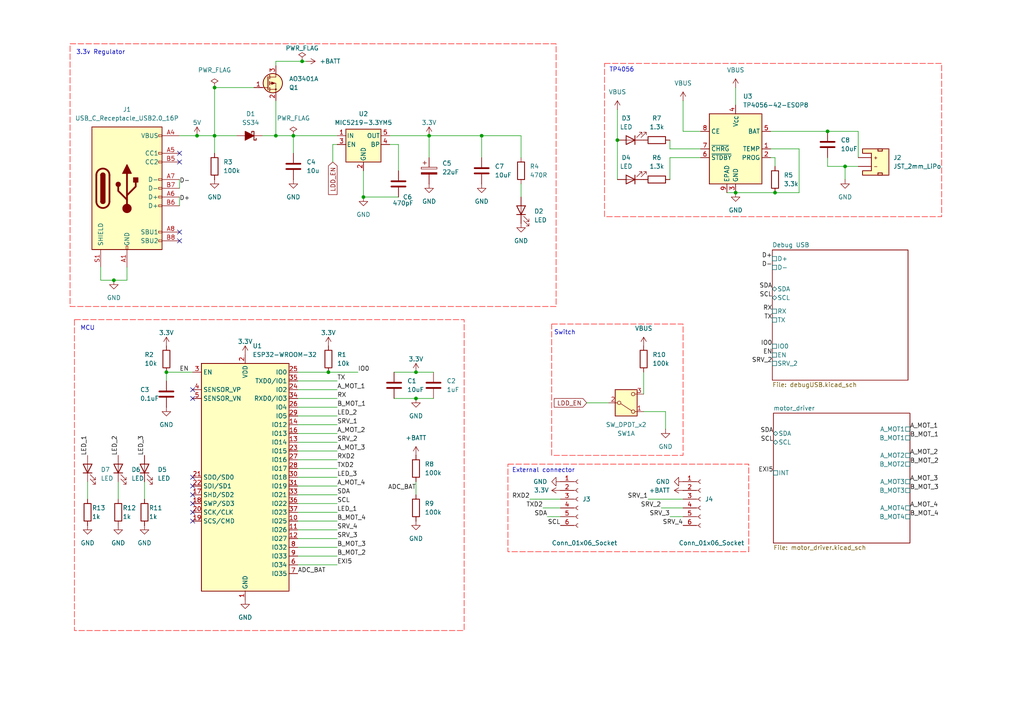
<source format=kicad_sch>
(kicad_sch (version 20250114) (generator "eeschema") (generator_version "9.0")
  (paper "A4")
  (title_block (title "Mini Drone") (date "2025-06-16") (rev "1"))
  (lib_symbols
    (symbol "Battery_Management:TP4056-42-ESOP8"
      (property "Reference" "U" (at -6.604 11.684 0))
      (property "Value" "TP4056-42-ESOP8" (at 10.16 11.684 0))
      (symbol "TP4056-42-ESOP8_1_0"
        (pin input line (at -10.16 5.08 0) (length 2.54) (name "CE") (number "8"))
        (pin open_collector line (at -10.16 0 0) (length 2.54) (name "~{CHRG}") (number "7"))
        (pin open_collector line (at -10.16 -2.54 0) (length 2.54) (name "~{STDBY}") (number "6"))
        (pin passive line (at -2.54 -12.7 90) (length 2.54) (name "EPAD") (number "9"))
        (pin power_in line (at 0 12.7 270) (length 2.54) (name "V_{CC}") (number "4"))
        (pin power_in line (at 0 -12.7 90) (length 2.54) (name "GND") (number "3"))
        (pin power_out line (at 10.16 5.08 180) (length 2.54) (name "BAT") (number "5"))
        (pin input line (at 10.16 0 180) (length 2.54) (name "TEMP") (number "1"))
        (pin passive line (at 10.16 -2.54 180) (length 2.54) (name "PROG") (number "2"))
      )
      (symbol "TP4056-42-ESOP8_1_1"
        (rectangle (start -7.62 10.16) (end 7.62 -10.16) (stroke (width 0.254)) (fill (type background)))
      )
    )
    (symbol "Connector:Conn_01x06_Socket" (pin_names (offset 1.016) (hide yes))
      (property "Reference" "J" (at 0 7.62 0))
      (property "Value" "Conn_01x06_Socket" (at 0 -10.16 0))
      (symbol "Conn_01x06_Socket_1_1"
        (polyline (pts (xy -1.27 5.08) (xy -0.508 5.08)) (stroke (width 0.1524)))
        (polyline (pts (xy -1.27 2.54) (xy -0.508 2.54)) (stroke (width 0.1524)))
        (polyline (pts (xy -1.27 0) (xy -0.508 0)) (stroke (width 0.1524)))
        (polyline (pts (xy -1.27 -2.54) (xy -0.508 -2.54)) (stroke (width 0.1524)))
        (polyline (pts (xy -1.27 -5.08) (xy -0.508 -5.08)) (stroke (width 0.1524)))
        (polyline (pts (xy -1.27 -7.62) (xy -0.508 -7.62)) (stroke (width 0.1524)))
        (arc (start 0 4.572) (mid -0.5058 5.08) (end 0 5.588) (stroke (width 0.1524)))
        (arc (start 0 2.032) (mid -0.5058 2.54) (end 0 3.048) (stroke (width 0.1524)))
        (arc (start 0 -0.508) (mid -0.5058 0) (end 0 0.508) (stroke (width 0.1524)))
        (arc (start 0 -3.048) (mid -0.5058 -2.54) (end 0 -2.032) (stroke (width 0.1524)))
        (arc (start 0 -5.588) (mid -0.5058 -5.08) (end 0 -4.572) (stroke (width 0.1524)))
        (arc (start 0 -8.128) (mid -0.5058 -7.62) (end 0 -7.112) (stroke (width 0.1524)))
        (pin passive line (at -5.08 5.08 0) (length 3.81) (name "Pin_1") (number "1"))
        (pin passive line (at -5.08 2.54 0) (length 3.81) (name "Pin_2") (number "2"))
        (pin passive line (at -5.08 0 0) (length 3.81) (name "Pin_3") (number "3"))
        (pin passive line (at -5.08 -2.54 0) (length 3.81) (name "Pin_4") (number "4"))
        (pin passive line (at -5.08 -5.08 0) (length 3.81) (name "Pin_5") (number "5"))
        (pin passive line (at -5.08 -7.62 0) (length 3.81) (name "Pin_6") (number "6"))
      )
    )
    (symbol "Connector:USB_C_Receptacle_USB2.0_16P" (pin_names (offset 1.016))
      (property "Reference" "J" (at 0 22.225 0))
      (property "Value" "USB_C_Receptacle_USB2.0_16P" (at 0 19.685 0))
      (symbol "USB_C_Receptacle_USB2.0_16P_0_0"
        (rectangle (start -0.254 -17.78) (end 0.254 -16.764))
        (rectangle (start 10.16 15.494) (end 9.144 14.986))
        (rectangle (start 10.16 10.414) (end 9.144 9.906))
        (rectangle (start 10.16 7.874) (end 9.144 7.366))
        (rectangle (start 10.16 2.794) (end 9.144 2.286))
        (rectangle (start 10.16 0.254) (end 9.144 -0.254))
        (rectangle (start 10.16 -2.286) (end 9.144 -2.794))
        (rectangle (start 10.16 -4.826) (end 9.144 -5.334))
        (rectangle (start 10.16 -12.446) (end 9.144 -12.954))
        (rectangle (start 10.16 -14.986) (end 9.144 -15.494))
      )
      (symbol "USB_C_Receptacle_USB2.0_16P_0_1"
        (rectangle (start -10.16 17.78) (end 10.16 -17.78) (stroke (width 0.254)) (fill (type background)))
        (polyline (pts (xy -8.89 -3.81) (xy -8.89 3.81)) (stroke (width 0.508)))
        (rectangle (start -7.62 -3.81) (end -6.35 3.81) (stroke (width 0.254)) (fill (type outline)))
        (arc (start -7.62 3.81) (mid -6.985 4.4423) (end -6.35 3.81) (stroke (width 0.254)))
        (arc (start -7.62 3.81) (mid -6.985 4.4423) (end -6.35 3.81) (stroke (width 0.254)) (fill (type outline)))
        (arc (start -8.89 3.81) (mid -6.985 5.7067) (end -5.08 3.81) (stroke (width 0.508)))
        (arc (start -5.08 -3.81) (mid -6.985 -5.7067) (end -8.89 -3.81) (stroke (width 0.508)))
        (arc (start -6.35 -3.81) (mid -6.985 -4.4423) (end -7.62 -3.81) (stroke (width 0.254)))
        (arc (start -6.35 -3.81) (mid -6.985 -4.4423) (end -7.62 -3.81) (stroke (width 0.254)) (fill (type outline)))
        (polyline (pts (xy -5.08 3.81) (xy -5.08 -3.81)) (stroke (width 0.508)))
        (circle (center -2.54 1.143) (radius 0.635) (stroke (width 0.254)) (fill (type outline)))
        (polyline (pts (xy -1.27 4.318) (xy 0 6.858) (xy 1.27 4.318) (xy -1.27 4.318)) (stroke (width 0.254)) (fill (type outline)))
        (polyline (pts (xy 0 -2.032) (xy 2.54 0.508) (xy 2.54 1.778)) (stroke (width 0.508)))
        (polyline (pts (xy 0 -3.302) (xy -2.54 -0.762) (xy -2.54 0.508)) (stroke (width 0.508)))
        (polyline (pts (xy 0 -5.842) (xy 0 4.318)) (stroke (width 0.508)))
        (circle (center 0 -5.842) (radius 1.27) (fill (type outline)))
        (rectangle (start 1.905 1.778) (end 3.175 3.048) (stroke (width 0.254)) (fill (type outline)))
      )
      (symbol "USB_C_Receptacle_USB2.0_16P_1_1"
        (pin passive line (at -7.62 -22.86 90) (length 5.08) (name "SHIELD") (number "S1"))
        (pin passive line (at 0 -22.86 90) (length 5.08) (name "GND") (number "A1"))
        (pin passive line (at 0 -22.86 90) (length 5.08) (hide yes) (name "GND") (number "A12"))
        (pin passive line (at 0 -22.86 90) (length 5.08) (hide yes) (name "GND") (number "B1"))
        (pin passive line (at 0 -22.86 90) (length 5.08) (hide yes) (name "GND") (number "B12"))
        (pin passive line (at 15.24 15.24 180) (length 5.08) (name "VBUS") (number "A4"))
        (pin passive line (at 15.24 15.24 180) (length 5.08) (hide yes) (name "VBUS") (number "A9"))
        (pin passive line (at 15.24 15.24 180) (length 5.08) (hide yes) (name "VBUS") (number "B4"))
        (pin passive line (at 15.24 15.24 180) (length 5.08) (hide yes) (name "VBUS") (number "B9"))
        (pin bidirectional line (at 15.24 10.16 180) (length 5.08) (name "CC1") (number "A5"))
        (pin bidirectional line (at 15.24 7.62 180) (length 5.08) (name "CC2") (number "B5"))
        (pin bidirectional line (at 15.24 2.54 180) (length 5.08) (name "D-") (number "A7"))
        (pin bidirectional line (at 15.24 0 180) (length 5.08) (name "D-") (number "B7"))
        (pin bidirectional line (at 15.24 -2.54 180) (length 5.08) (name "D+") (number "A6"))
        (pin bidirectional line (at 15.24 -5.08 180) (length 5.08) (name "D+") (number "B6"))
        (pin bidirectional line (at 15.24 -12.7 180) (length 5.08) (name "SBU1") (number "A8"))
        (pin bidirectional line (at 15.24 -15.24 180) (length 5.08) (name "SBU2") (number "B8"))
      )
    )
    (symbol "Device:C" (pin_numbers (hide yes)) (pin_names (offset 0.254))
      (property "Reference" "C" (at 0.635 2.54 0))
      (property "Value" "C" (at 0.635 -2.54 0))
      (symbol "C_0_1"
        (polyline (pts (xy -2.032 0.762) (xy 2.032 0.762)) (stroke (width 0.508)))
        (polyline (pts (xy -2.032 -0.762) (xy 2.032 -0.762)) (stroke (width 0.508)))
      )
      (symbol "C_1_1"
        (pin passive line (at 0 3.81 270) (length 2.794) (name "~") (number "1"))
        (pin passive line (at 0 -3.81 90) (length 2.794) (name "~") (number "2"))
      )
    )
    (symbol "Device:C_Polarized" (pin_numbers (hide yes)) (pin_names (offset 0.254))
      (property "Reference" "C" (at 0.635 2.54 0))
      (property "Value" "C_Polarized" (at 0.635 -2.54 0))
      (symbol "C_Polarized_0_1"
        (rectangle (start -2.286 0.508) (end 2.286 1.016))
        (polyline (pts (xy -1.778 2.286) (xy -0.762 2.286)))
        (polyline (pts (xy -1.27 2.794) (xy -1.27 1.778)))
        (rectangle (start 2.286 -0.508) (end -2.286 -1.016) (fill (type outline)))
      )
      (symbol "C_Polarized_1_1"
        (pin passive line (at 0 3.81 270) (length 2.794) (name "~") (number "1"))
        (pin passive line (at 0 -3.81 90) (length 2.794) (name "~") (number "2"))
      )
    )
    (symbol "Device:LED" (pin_numbers (hide yes)) (pin_names (offset 1.016) (hide yes))
      (property "Reference" "D" (at 0 2.54 0))
      (property "Value" "LED" (at 0 -2.54 0))
      (symbol "LED_0_1"
        (polyline (pts (xy -3.048 -0.762) (xy -4.572 -2.286) (xy -3.81 -2.286) (xy -4.572 -2.286) (xy -4.572 -1.524)))
        (polyline (pts (xy -1.778 -0.762) (xy -3.302 -2.286) (xy -2.54 -2.286) (xy -3.302 -2.286) (xy -3.302 -1.524)))
        (polyline (pts (xy -1.27 0) (xy 1.27 0)))
        (polyline (pts (xy -1.27 -1.27) (xy -1.27 1.27)) (stroke (width 0.254)))
        (polyline (pts (xy 1.27 -1.27) (xy 1.27 1.27) (xy -1.27 0) (xy 1.27 -1.27)) (stroke (width 0.254)))
      )
      (symbol "LED_1_1"
        (pin passive line (at -3.81 0 0) (length 2.54) (name "K") (number "1"))
        (pin passive line (at 3.81 0 180) (length 2.54) (name "A") (number "2"))
      )
    )
    (symbol "Device:R" (pin_numbers (hide yes)) (pin_names (offset 0))
      (property "Reference" "R" (at 2.032 0 90))
      (property "Value" "R" (at 0 0 90))
      (symbol "R_0_1"
        (rectangle (start -1.016 -2.54) (end 1.016 2.54) (stroke (width 0.254)))
      )
      (symbol "R_1_1"
        (pin passive line (at 0 3.81 270) (length 1.27) (name "~") (number "1"))
        (pin passive line (at 0 -3.81 90) (length 1.27) (name "~") (number "2"))
      )
    )
    (symbol "PCM_Diode_Schottky_AKL:SS34" (pin_numbers (hide yes)) (pin_names (offset 1.016) (hide yes))
      (property "Reference" "D" (at 0 5.08 0))
      (property "Value" "SS34" (at 0 2.54 0))
      (symbol "SS34_0_1"
        (polyline (pts (xy -1.27 0) (xy 1.27 0)))
        (polyline (pts (xy -1.27 -1.27) (xy -1.27 1.27) (xy 1.27 0) (xy -1.27 -1.27)) (stroke (width 0.254)) (fill (type outline)))
        (polyline (pts (xy 1.905 -0.762) (xy 1.905 -1.27) (xy 1.27 -1.27) (xy 1.27 1.27) (xy 0.635 1.27) (xy 0.635 0.762)) (stroke (width 0.254)))
      )
      (symbol "SS34_0_2"
        (polyline (pts (xy -2.54 -2.54) (xy 2.54 2.54)))
        (polyline (pts (xy -0.889 -0.889) (xy -1.778 0) (xy 0.889 0.889) (xy 0 -1.778) (xy -0.889 -0.889)) (stroke (width 0.254)) (fill (type outline)))
        (polyline (pts (xy 0 1.778) (xy 1.778 0)) (stroke (width 0.254)))
        (polyline (pts (xy 0 1.778) (xy -0.381 1.397) (xy 0 1.016)) (stroke (width 0.254)))
        (polyline (pts (xy 1.778 0) (xy 2.159 0.381) (xy 1.778 0.762)) (stroke (width 0.254)))
      )
      (symbol "SS34_1_1"
        (pin passive line (at -3.81 0 0) (length 2.54) (name "A") (number "2"))
        (pin passive line (at 3.81 0 180) (length 2.54) (name "K") (number "1"))
      )
      (symbol "SS34_1_2"
        (pin passive line (at -2.54 -2.54 0) (length 0) (name "A") (number "2"))
        (pin passive line (at 2.54 2.54 180) (length 0) (name "K") (number "1"))
      )
    )
    (symbol "PCM_Transistor_MOSFET_AKL:AO3401A" (pin_names (hide yes))
      (property "Reference" "Q" (at 5.08 1.27 0))
      (property "Value" "AO3401A" (at 5.08 -1.27 0))
      (symbol "AO3401A_0_1"
        (polyline (pts (xy 0.254 1.27) (xy -2.54 1.27)))
        (polyline (pts (xy 0.254 -1.905) (xy 0.254 1.905)) (stroke (width 0.254)))
        (polyline (pts (xy 0.762 1.778) (xy 2.54 1.778)))
        (polyline (pts (xy 0.762 1.27) (xy 0.762 2.286)) (stroke (width 0.254)))
        (polyline (pts (xy 0.762 -0.508) (xy 0.762 0.508)) (stroke (width 0.254)))
        (polyline (pts (xy 0.762 -1.778) (xy 2.54 -1.778)))
        (polyline (pts (xy 0.762 -2.286) (xy 0.762 -1.27)) (stroke (width 0.254)))
        (polyline (pts (xy 2.286 0) (xy 1.27 -0.381) (xy 1.27 0.381) (xy 2.286 0)) (fill (type outline)))
        (polyline (pts (xy 2.54 2.54) (xy 2.54 0) (xy 0.762 0)))
        (polyline (pts (xy 2.54 -2.54) (xy 2.54 -1.778)))
      )
      (symbol "AO3401A_1_1"
        (circle (center 1.651 0) (radius 2.794) (stroke (width 0.254)) (fill (type background)))
        (circle (center 2.54 1.778) (radius 0.1778) (fill (type outline)))
        (pin input line (at -3.81 1.27 0) (length 2.54) (name "G") (number "1"))
        (pin passive line (at 2.54 5.08 270) (length 2.54) (name "S") (number "2"))
        (pin passive line (at 2.54 -5.08 90) (length 2.54) (name "D") (number "3"))
      )
    )
    (symbol "RF_Module:ESP32-WROOM-32"
      (property "Reference" "U" (at -12.7 34.29 0))
      (property "Value" "ESP32-WROOM-32" (at 1.27 34.29 0))
      (symbol "ESP32-WROOM-32_0_1"
        (rectangle (start -12.7 33.02) (end 12.7 -33.02) (stroke (width 0.254)) (fill (type background)))
      )
      (symbol "ESP32-WROOM-32_1_1"
        (pin input line (at -15.24 30.48 0) (length 2.54) (name "EN") (number "3"))
        (pin input line (at -15.24 25.4 0) (length 2.54) (name "SENSOR_VP") (number "4"))
        (pin input line (at -15.24 22.86 0) (length 2.54) (name "SENSOR_VN") (number "5"))
        (pin bidirectional line (at -15.24 0 0) (length 2.54) (name "SDO/SD0") (number "21"))
        (pin bidirectional line (at -15.24 -2.54 0) (length 2.54) (name "SDI/SD1") (number "22"))
        (pin bidirectional line (at -15.24 -5.08 0) (length 2.54) (name "SHD/SD2") (number "17"))
        (pin bidirectional line (at -15.24 -7.62 0) (length 2.54) (name "SWP/SD3") (number "18"))
        (pin bidirectional line (at -15.24 -10.16 0) (length 2.54) (name "SCK/CLK") (number "20"))
        (pin bidirectional line (at -15.24 -12.7 0) (length 2.54) (name "SCS/CMD") (number "19"))
        (pin no_connect line (at -12.7 -27.94 0) (length 2.54) (hide yes) (name "NC") (number "32"))
        (pin power_in line (at 0 35.56 270) (length 2.54) (name "VDD") (number "2"))
        (pin power_in line (at 0 -35.56 90) (length 2.54) (name "GND") (number "1"))
        (pin passive line (at 0 -35.56 90) (length 2.54) (hide yes) (name "GND") (number "15"))
        (pin passive line (at 0 -35.56 90) (length 2.54) (hide yes) (name "GND") (number "38"))
        (pin passive line (at 0 -35.56 90) (length 2.54) (hide yes) (name "GND") (number "39"))
        (pin bidirectional line (at 15.24 30.48 180) (length 2.54) (name "IO0") (number "25"))
        (pin bidirectional line (at 15.24 27.94 180) (length 2.54) (name "TXD0/IO1") (number "35"))
        (pin bidirectional line (at 15.24 25.4 180) (length 2.54) (name "IO2") (number "24"))
        (pin bidirectional line (at 15.24 22.86 180) (length 2.54) (name "RXD0/IO3") (number "34"))
        (pin bidirectional line (at 15.24 20.32 180) (length 2.54) (name "IO4") (number "26"))
        (pin bidirectional line (at 15.24 17.78 180) (length 2.54) (name "IO5") (number "29"))
        (pin bidirectional line (at 15.24 15.24 180) (length 2.54) (name "IO12") (number "14"))
        (pin bidirectional line (at 15.24 12.7 180) (length 2.54) (name "IO13") (number "16"))
        (pin bidirectional line (at 15.24 10.16 180) (length 2.54) (name "IO14") (number "13"))
        (pin bidirectional line (at 15.24 7.62 180) (length 2.54) (name "IO15") (number "23"))
        (pin bidirectional line (at 15.24 5.08 180) (length 2.54) (name "IO16") (number "27"))
        (pin bidirectional line (at 15.24 2.54 180) (length 2.54) (name "IO17") (number "28"))
        (pin bidirectional line (at 15.24 0 180) (length 2.54) (name "IO18") (number "30"))
        (pin bidirectional line (at 15.24 -2.54 180) (length 2.54) (name "IO19") (number "31"))
        (pin bidirectional line (at 15.24 -5.08 180) (length 2.54) (name "IO21") (number "33"))
        (pin bidirectional line (at 15.24 -7.62 180) (length 2.54) (name "IO22") (number "36"))
        (pin bidirectional line (at 15.24 -10.16 180) (length 2.54) (name "IO23") (number "37"))
        (pin bidirectional line (at 15.24 -12.7 180) (length 2.54) (name "IO25") (number "10"))
        (pin bidirectional line (at 15.24 -15.24 180) (length 2.54) (name "IO26") (number "11"))
        (pin bidirectional line (at 15.24 -17.78 180) (length 2.54) (name "IO27") (number "12"))
        (pin bidirectional line (at 15.24 -20.32 180) (length 2.54) (name "IO32") (number "8"))
        (pin bidirectional line (at 15.24 -22.86 180) (length 2.54) (name "IO33") (number "9"))
        (pin input line (at 15.24 -25.4 180) (length 2.54) (name "IO34") (number "6"))
        (pin input line (at 15.24 -27.94 180) (length 2.54) (name "IO35") (number "7"))
      )
    )
    (symbol "Regulator_Linear:MIC5219-3.3YM5" (pin_names (offset 0.254))
      (property "Reference" "U" (at -3.81 5.715 0))
      (property "Value" "MIC5219-3.3YM5" (at 0 5.715 0))
      (symbol "MIC5219-3.3YM5_0_1"
        (rectangle (start -5.08 4.445) (end 5.08 -5.08) (stroke (width 0.254)) (fill (type background)))
      )
      (symbol "MIC5219-3.3YM5_1_1"
        (pin power_in line (at -7.62 2.54 0) (length 2.54) (name "IN") (number "1"))
        (pin input line (at -7.62 0 0) (length 2.54) (name "EN") (number "3"))
        (pin power_in line (at 0 -7.62 90) (length 2.54) (name "GND") (number "2"))
        (pin power_out line (at 7.62 2.54 180) (length 2.54) (name "OUT") (number "5"))
        (pin input line (at 7.62 0 180) (length 2.54) (name "BP") (number "4"))
      )
    )
    (symbol "SparkFun-Connector:Conn_01x02_JST_2mm_LiPo" (pin_numbers (hide yes)) (pin_names (offset 1.016) (hide yes))
      (property "Reference" "J" (at 0 5.08 0))
      (property "Value" "JST_2mm_LiPo" (at 0 -8.89 0))
      (symbol "Conn_01x02_JST_2mm_LiPo_1_1"
        (polyline (pts (xy -1.27 1.27) (xy -3.81 1.27) (xy -3.81 2.54) (xy 3.81 2.54) (xy 3.81 -5.08) (xy -3.81 -5.08) (xy -3.81 -3.81) (xy -1.27 -3.81) (xy -1.27 1.27)) (stroke (width 0.254)) (fill (type background)))
        (rectangle (start 0.635 2.54) (end 1.905 1.905) (stroke (width 0.254)))
        (rectangle (start 0.635 -4.445) (end 1.905 -5.08) (stroke (width 0.254)))
        (text "+" (at 0 0 0) (effects (font (size 1 1))))
        (text "-" (at 0 -2.54 0) (effects (font (size 1 1))))
        (pin passive line (at -5.08 0 0) (length 3.81) (name "+") (number "2"))
        (pin passive line (at -5.08 -2.54 0) (length 3.81) (name "-") (number "1"))
        (pin no_connect line (at 1.27 -1.27 0) (length 2.54) (hide yes) (name "NC1") (number "NC1"))
        (pin no_connect line (at 1.27 -1.27 0) (length 2.54) (hide yes) (name "NC2") (number "NC2"))
      )
    )
    (symbol "SparkFun-PowerSymbol:3.3V" (power) (pin_names (offset 0))
      (property "Value" "3.3V" (at 0 3.81 0))
      (symbol "3.3V_0_1"
        (polyline (pts (xy -0.762 1.27) (xy 0 2.54)))
        (polyline (pts (xy 0 2.54) (xy 0.762 1.27)))
        (polyline (pts (xy 0 0) (xy 0 2.54)))
      )
      (symbol "3.3V_1_1"
        (pin power_in line (at 0 0 90) (length 0) (hide yes) (name "3.3V") (number "1"))
      )
    )
    (symbol "SparkFun-PowerSymbol:5V" (power) (pin_names (offset 0))
      (property "Value" "5V" (at 0 3.81 0))
      (symbol "5V_0_1"
        (polyline (pts (xy -0.762 1.27) (xy 0 2.54)))
        (polyline (pts (xy 0 2.54) (xy 0.762 1.27)))
        (polyline (pts (xy 0 0) (xy 0 2.54)))
      )
      (symbol "5V_1_1"
        (pin power_in line (at 0 0 90) (length 0) (hide yes) (name "5V") (number "1"))
      )
    )
    (symbol "Switch:SW_DPDT_x2" (pin_names (offset 0) (hide yes))
      (property "Reference" "SW" (at 0 5.08 0))
      (property "Value" "SW_DPDT_x2" (at 0 -5.08 0))
      (symbol "SW_DPDT_x2_0_0"
        (circle (center -2.032 0) (radius 0.508))
        (circle (center 2.032 -2.54) (radius 0.508))
      )
      (symbol "SW_DPDT_x2_0_1"
        (rectangle (start -3.175 3.81) (end 3.175 -3.81) (stroke (width 0.254)) (fill (type background)))
        (polyline (pts (xy -1.524 0.254) (xy 1.5748 2.286)))
        (circle (center 2.032 2.54) (radius 0.508))
      )
      (symbol "SW_DPDT_x2_1_1"
        (pin passive line (at -5.08 0 0) (length 2.54) (name "B") (number "2"))
        (pin passive line (at 5.08 2.54 180) (length 2.54) (name "A") (number "1"))
        (pin passive line (at 5.08 -2.54 180) (length 2.54) (name "C") (number "3"))
      )
      (symbol "SW_DPDT_x2_2_1"
        (pin passive line (at -5.08 0 0) (length 2.54) (name "B") (number "5"))
        (pin passive line (at 5.08 2.54 180) (length 2.54) (name "A") (number "4"))
        (pin passive line (at 5.08 -2.54 180) (length 2.54) (name "C") (number "6"))
      )
    )
    (symbol "power:+BATT" (power) (pin_numbers (hide yes)) (pin_names (offset 0) (hide yes))
      (property "Value" "+BATT" (at 0 3.556 0))
      (symbol "+BATT_0_1"
        (polyline (pts (xy -0.762 1.27) (xy 0 2.54)))
        (polyline (pts (xy 0 2.54) (xy 0.762 1.27)))
        (polyline (pts (xy 0 0) (xy 0 2.54)))
      )
      (symbol "+BATT_1_1"
        (pin power_in line (at 0 0 90) (length 0) (name "~") (number "1"))
      )
    )
    (symbol "power:GND" (power) (pin_numbers (hide yes)) (pin_names (offset 0) (hide yes))
      (property "Value" "GND" (at 0 -3.81 0))
      (symbol "GND_0_1"
        (polyline (pts (xy 0 0) (xy 0 -1.27) (xy 1.27 -1.27) (xy 0 -2.54) (xy -1.27 -1.27) (xy 0 -1.27)))
      )
      (symbol "GND_1_1"
        (pin power_in line (at 0 0 270) (length 0) (name "~") (number "1"))
      )
    )
    (symbol "power:PWR_FLAG" (power) (pin_numbers (hide yes)) (pin_names (offset 0) (hide yes))
      (property "Value" "PWR_FLAG" (at 0 3.81 0))
      (symbol "PWR_FLAG_0_0"
        (pin power_out line (at 0 0 90) (length 0) (name "~") (number "1"))
      )
      (symbol "PWR_FLAG_0_1"
        (polyline (pts (xy 0 0) (xy 0 1.27) (xy -1.016 1.905) (xy 0 2.54) (xy 1.016 1.905) (xy 0 1.27)))
      )
    )
    (symbol "power:VBUS" (power) (pin_numbers (hide yes)) (pin_names (offset 0) (hide yes))
      (property "Value" "VBUS" (at 0 3.556 0))
      (symbol "VBUS_0_1"
        (polyline (pts (xy -0.762 1.27) (xy 0 2.54)))
        (polyline (pts (xy 0 2.54) (xy 0.762 1.27)))
        (polyline (pts (xy 0 0) (xy 0 2.54)))
      )
      (symbol "VBUS_1_1"
        (pin power_in line (at 0 0 90) (length 0) (name "~") (number "1"))
      )
    )
  )
  (text "TP4056" (at 180.34 20.32 0) (effects (font (size 1.27 1.27))))
  (text "External connector\n" (at 157.629 136.4936 0) (effects (font (size 1.27 1.27))))
  (text "MCU" (at 25.4 95.25 0) (effects (font (size 1.27 1.27))))
  (text "Switch" (at 163.83 96.52 0) (effects (font (size 1.27 1.27))))
  (text "3.3v Regulator\n" (at 29.21 15.24 0) (effects (font (size 1.27 1.27))))
  (junction (at 57.15 39.37))
  (junction (at 179.07 40.64))
  (junction (at 33.02 81.28))
  (junction (at 105.41 57.15))
  (junction (at 62.23 39.37))
  (junction (at 139.7 39.37))
  (junction (at 120.65 107.95))
  (junction (at 224.79 55.88))
  (junction (at 95.25 107.95))
  (junction (at 80.01 39.37))
  (junction (at 213.36 55.88))
  (junction (at 120.65 115.57))
  (junction (at 240.03 38.1))
  (junction (at 124.46 39.37))
  (junction (at 245.11 48.26))
  (junction (at 62.23 25.4))
  (junction (at 48.26 107.95))
  (junction (at 87.63 17.78))
  (junction (at 85.09 39.37))
  (no_connect (at 55.88 140.97))
  (no_connect (at 55.88 148.59))
  (no_connect (at 52.07 44.45))
  (no_connect (at 55.88 151.13))
  (no_connect (at 55.88 143.51))
  (no_connect (at 55.88 146.05))
  (no_connect (at 55.88 138.43))
  (no_connect (at 52.07 69.85))
  (no_connect (at 55.88 113.03))
  (no_connect (at 55.88 115.57))
  (no_connect (at 52.07 67.31))
  (no_connect (at 52.07 46.99))
  (wire (pts (xy 139.7 39.37) (xy 124.46 39.37)))
  (wire (pts (xy 120.65 139.7) (xy 120.65 143.51)))
  (wire (pts (xy 153.67 144.78) (xy 162.56 144.78)))
  (wire (pts (xy 97.79 163.83) (xy 86.36 163.83)))
  (wire (pts (xy 41.91 144.78) (xy 41.91 139.7)))
  (wire (pts (xy 97.79 158.75) (xy 86.36 158.75)))
  (wire (pts (xy 170.18 116.84) (xy 176.53 116.84)))
  (wire (pts (xy 120.65 115.57) (xy 125.73 115.57)))
  (wire (pts (xy 87.63 17.78) (xy 88.9 17.78)))
  (wire (pts (xy 97.79 120.65) (xy 86.36 120.65)))
  (wire (pts (xy 151.13 45.72) (xy 151.13 39.37)))
  (wire (pts (xy 224.79 45.72) (xy 224.79 48.26)))
  (wire (pts (xy 179.07 31.75) (xy 179.07 40.64)))
  (wire (pts (xy 97.79 130.81) (xy 86.36 130.81)))
  (wire (pts (xy 191.77 147.32) (xy 198.12 147.32)))
  (wire (pts (xy 33.02 81.28) (xy 36.83 81.28)))
  (wire (pts (xy 194.31 43.18) (xy 194.31 40.64)))
  (wire (pts (xy 29.21 81.28) (xy 33.02 81.28)))
  (wire (pts (xy 245.11 48.26) (xy 245.11 52.07)))
  (wire (pts (xy 186.69 119.38) (xy 193.04 119.38)))
  (wire (pts (xy 213.36 25.4) (xy 213.36 30.48)))
  (wire (pts (xy 198.12 38.1) (xy 198.12 29.21)))
  (wire (pts (xy 57.15 39.37) (xy 62.23 39.37)))
  (wire (pts (xy 194.31 52.07) (xy 194.31 45.72)))
  (wire (pts (xy 62.23 39.37) (xy 62.23 44.45)))
  (wire (pts (xy 80.01 17.78) (xy 80.01 19.05)))
  (wire (pts (xy 80.01 39.37) (xy 76.2 39.37)))
  (wire (pts (xy 97.79 123.19) (xy 86.36 123.19)))
  (wire (pts (xy 97.79 125.73) (xy 86.36 125.73)))
  (wire (pts (xy 97.79 41.91) (xy 96.52 41.91)))
  (wire (pts (xy 85.09 39.37) (xy 97.79 39.37)))
  (wire (pts (xy 80.01 29.21) (xy 80.01 39.37)))
  (wire (pts (xy 52.07 52.07) (xy 52.07 54.61)))
  (wire (pts (xy 231.775 43.18) (xy 231.775 55.88)))
  (wire (pts (xy 115.57 41.91) (xy 115.57 49.53)))
  (wire (pts (xy 52.07 57.15) (xy 52.07 59.69)))
  (wire (pts (xy 97.79 148.59) (xy 86.36 148.59)))
  (wire (pts (xy 97.79 115.57) (xy 86.36 115.57)))
  (wire (pts (xy 97.79 161.29) (xy 86.36 161.29)))
  (wire (pts (xy 97.79 133.35) (xy 86.36 133.35)))
  (wire (pts (xy 194.31 45.72) (xy 203.2 45.72)))
  (wire (pts (xy 34.29 144.78) (xy 34.29 139.7)))
  (wire (pts (xy 158.75 149.86) (xy 162.56 149.86)))
  (wire (pts (xy 97.79 128.27) (xy 86.36 128.27)))
  (wire (pts (xy 97.79 146.05) (xy 86.36 146.05)))
  (wire (pts (xy 86.36 107.95) (xy 95.25 107.95)))
  (wire (pts (xy 97.79 138.43) (xy 86.36 138.43)))
  (wire (pts (xy 139.7 45.72) (xy 139.7 39.37)))
  (wire (pts (xy 179.07 40.64) (xy 179.07 52.07)))
  (wire (pts (xy 96.52 41.91) (xy 96.52 46.99)))
  (wire (pts (xy 36.83 77.47) (xy 36.83 81.28)))
  (wire (pts (xy 245.11 48.26) (xy 248.92 48.26)))
  (wire (pts (xy 105.41 49.53) (xy 105.41 57.15)))
  (wire (pts (xy 97.79 110.49) (xy 86.36 110.49)))
  (wire (pts (xy 223.52 43.18) (xy 231.775 43.18)))
  (wire (pts (xy 48.26 107.95) (xy 48.26 110.49)))
  (wire (pts (xy 114.3 115.57) (xy 120.65 115.57)))
  (wire (pts (xy 97.79 135.89) (xy 86.36 135.89)))
  (wire (pts (xy 248.92 45.72) (xy 248.92 38.1)))
  (wire (pts (xy 25.4 144.78) (xy 25.4 139.7)))
  (wire (pts (xy 97.79 140.97) (xy 86.36 140.97)))
  (wire (pts (xy 95.25 107.95) (xy 103.8225 107.95)))
  (wire (pts (xy 157.48 147.32) (xy 162.56 147.32)))
  (wire (pts (xy 97.79 143.51) (xy 86.36 143.51)))
  (wire (pts (xy 113.03 39.37) (xy 124.46 39.37)))
  (wire (pts (xy 97.79 151.13) (xy 86.36 151.13)))
  (wire (pts (xy 120.65 107.95) (xy 125.73 107.95)))
  (wire (pts (xy 114.3 107.95) (xy 120.65 107.95)))
  (wire (pts (xy 97.79 118.11) (xy 86.36 118.11)))
  (wire (pts (xy 248.92 38.1) (xy 240.03 38.1)))
  (wire (pts (xy 223.52 45.72) (xy 224.79 45.72)))
  (wire (pts (xy 73.66 25.4) (xy 62.23 25.4)))
  (wire (pts (xy 210.82 55.88) (xy 213.36 55.88)))
  (wire (pts (xy 29.21 77.47) (xy 29.21 81.28)))
  (wire (pts (xy 113.03 41.91) (xy 115.57 41.91)))
  (wire (pts (xy 52.07 39.37) (xy 57.15 39.37)))
  (wire (pts (xy 105.41 57.15) (xy 115.57 57.15)))
  (wire (pts (xy 124.46 39.37) (xy 124.46 45.72)))
  (wire (pts (xy 151.13 39.37) (xy 139.7 39.37)))
  (wire (pts (xy 193.04 119.38) (xy 193.04 124.46)))
  (wire (pts (xy 48.26 107.95) (xy 55.88 107.95)))
  (wire (pts (xy 85.09 44.45) (xy 85.09 39.37)))
  (wire (pts (xy 203.2 38.1) (xy 198.12 38.1)))
  (wire (pts (xy 80.01 17.78) (xy 87.63 17.78)))
  (wire (pts (xy 97.79 156.21) (xy 86.36 156.21)))
  (wire (pts (xy 186.69 107.95) (xy 186.69 114.3)))
  (wire (pts (xy 194.31 149.86) (xy 198.12 149.86)))
  (wire (pts (xy 62.23 39.37) (xy 68.58 39.37)))
  (wire (pts (xy 223.52 38.1) (xy 240.03 38.1)))
  (wire (pts (xy 240.03 45.72) (xy 240.03 48.26)))
  (wire (pts (xy 203.2 43.18) (xy 194.31 43.18)))
  (wire (pts (xy 62.23 25.4) (xy 62.23 39.37)))
  (wire (pts (xy 151.13 53.34) (xy 151.13 57.15)))
  (wire (pts (xy 85.09 39.37) (xy 80.01 39.37)))
  (wire (pts (xy 97.79 153.67) (xy 86.36 153.67)))
  (wire (pts (xy 231.775 55.88) (xy 224.79 55.88)))
  (wire (pts (xy 213.36 55.88) (xy 224.79 55.88)))
  (wire (pts (xy 240.03 48.26) (xy 245.11 48.26)))
  (wire (pts (xy 187.96 144.78) (xy 198.12 144.78)))
  (wire (pts (xy 97.79 113.03) (xy 86.36 113.03)))
  (label "SDA" (at 158.75 149.86 180))
  (label "LED_2" (at 34.29 132.08 90))
  (label "SDA" (at 97.79 143.51 0))
  (label "EXI5" (at 97.79 163.83 0))
  (label "TX" (at 224.0012 92.8108 180))
  (label "SDA" (at 224.0012 83.82 180))
  (label "EN" (at 224.0012 102.9708 180))
  (label "SRV_4" (at 97.79 153.67 0))
  (label "RX" (at 97.79 115.57 0))
  (label "B_MOT_1" (at 97.79 118.11 0))
  (label "SRV_2" (at 97.79 128.27 0))
  (label "EXI5" (at 224.3164 137.16 180))
  (label "SRV_1" (at 97.79 123.19 0))
  (label "SRV_3" (at 97.79 156.21 0))
  (label "LED_1" (at 25.4 132.08 90))
  (label "B_MOT_3" (at 97.79 158.75 0))
  (label "D+" (at 224.0012 75.0308 180))
  (label "LED_1" (at 97.79 148.59 0))
  (label "RXD2" (at 153.67 144.78 180))
  (label "B_MOT_4" (at 263.9235 149.86 0))
  (label "SCL" (at 162.56 152.4 180))
  (label "D+" (at 52.07 58.42 0))
  (label "SRV_1" (at 187.96 144.78 180))
  (label "RX" (at 224.0012 90.2708 180))
  (label "LED_2" (at 97.79 120.65 0))
  (label "SCL" (at 224.3164 128.27 180))
  (label "D-" (at 52.07 53.34 0))
  (label "B_MOT_4" (at 97.79 151.13 0))
  (label "TXD2" (at 97.79 135.89 0))
  (label "B_MOT_2" (at 263.9235 134.62 0))
  (label "B_MOT_3" (at 263.9235 142.24 0))
  (label "B_MOT_2" (at 97.79 161.29 0))
  (label "D-" (at 224.0012 77.5708 180))
  (label "ADC_BAT" (at 120.65 142.24 180))
  (label "SDA" (at 224.3164 125.73 180))
  (label "SCL" (at 224.0012 86.36 180))
  (label "A_MOT_4" (at 97.79 140.97 0))
  (label "TXD2" (at 157.48 147.32 180))
  (label "A_MOT_3" (at 263.9235 139.7 0))
  (label "A_MOT_3" (at 97.79 130.81 0))
  (label "SRV_4" (at 198.12 152.4 180))
  (label "SRV_2" (at 191.77 147.32 180))
  (label "IO0" (at 103.8225 107.95 0))
  (label "RXD2" (at 97.79 133.35 0))
  (label "LED_3" (at 41.91 132.08 90))
  (label "TX" (at 97.79 110.49 0))
  (label "EN" (at 52.07 107.95 0))
  (label "ADC_BAT" (at 86.36 166.37 0))
  (label "SCL" (at 97.79 146.05 0))
  (label "B_MOT_1" (at 263.9235 127 0))
  (label "SRV_2" (at 224.0012 105.41 180))
  (label "A_MOT_1" (at 263.9235 124.46 0))
  (label "A_MOT_2" (at 263.9235 132.08 0))
  (label "A_MOT_4" (at 263.9235 147.32 0))
  (label "A_MOT_1" (at 97.79 113.03 0))
  (label "SRV_3" (at 194.31 149.86 180))
  (label "IO0" (at 224.0012 100.4308 180))
  (label "LED_3" (at 97.79 138.43 0))
  (label "A_MOT_2" (at 97.79 125.73 0))
  (global_label "LDD_EN" (shape input) (at 96.52 46.99 270) (property "Intersheetrefs" "${INTERSHEET_REFS}" (effects (hide yes))))
  (global_label "LDD_EN" (shape input) (at 170.18 116.84 180) (property "Intersheetrefs" "${INTERSHEET_REFS}" (effects (hide yes))))
  (rule_area (polyline (pts (xy 160.02 93.98) (xy 198.12 93.98) (xy 198.12 132.08) (xy 160.02 132.08)) (stroke (width 0) (type dash))))
  (rule_area (polyline (pts (xy 147.32 134.62) (xy 217.17 134.62) (xy 217.17 160.02) (xy 147.32 160.02)) (stroke (width 0) (type dash))))
  (rule_area (polyline (pts (xy 21.59 92.71) (xy 21.59 182.88) (xy 134.62 182.88) (xy 134.62 92.71)) (stroke (width 0) (type dash))))
  (rule_area (polyline (pts (xy 20.32 12.7) (xy 160.02 12.7) (xy 161.29 12.7) (xy 161.29 88.9) (xy 20.32 88.9)) (stroke (width 0) (type dash))))
  (rule_area (polyline (pts (xy 175.3364 18.3968) (xy 273.1264 18.3968) (xy 273.1264 62.8468) (xy 175.3364 62.8468)) (stroke (width 0) (type dash))))
  (symbol (lib_id "power:GND") (at 120.65 151.13 0) (unit 1)
    (property "Reference" "#PWR016" (effects (hide yes)))
    (property "Value" "GND" (at 120.65 156.21 0))
    (property "Description" "Power symbol creates a global label with name \"GND\" , ground" (effects (hide yes)))
  )
  (symbol (lib_id "SparkFun-PowerSymbol:3.3V") (at 120.65 107.95 0) (unit 1)
    (property "Reference" "#PWR022" (effects (hide yes)))
    (property "Value" "3.3V" (at 120.65 104.14 0))
    (property "Description" "Power symbol creates a global label with name \"3.3V\"" (effects (hide yes)))
  )
  (symbol (lib_id "RF_Module:ESP32-WROOM-32") (at 71.12 138.43 0) (unit 1)
    (property "Reference" "U1" (at 73.2633 100.33 0) (effects (justify left)))
    (property "Value" "ESP32-WROOM-32" (at 73.2633 102.87 0) (effects (justify left)))
    (property "Footprint" "RF_Module:ESP32-WROOM-32" (effects (hide yes)))
    (property "Datasheet" "https://www.espressif.com/sites/default/files/documentation/esp32-wroom-32_datasheet_en.pdf" (effects (hide yes)))
    (property "Description" "RF Module, ESP32-D0WDQ6 SoC, Wi-Fi 802.11b/g/n, Bluetooth, BLE, 32-bit, 2.7-3.6V, onboard antenna, SMD" (effects (hide yes)))
  )
  (symbol (lib_id "Device:C") (at 139.7 49.53 0) (unit 1)
    (property "Reference" "C7" (at 143.51 48.2599 0) (effects (justify left)))
    (property "Value" "10uF" (at 143.51 50.7999 0) (effects (justify left)))
    (property "Footprint" "Capacitor_SMD:C_0805_2012Metric" (effects (hide yes)))
    (property "Description" "Unpolarized capacitor" (effects (hide yes)))
  )
  (symbol (lib_id "Device:C") (at 48.26 114.3 0) (unit 1)
    (property "Reference" "C3" (at 40.64 113.03 0) (effects (justify left)))
    (property "Value" "0.1uF" (at 40.64 115.57 0) (effects (justify left)))
    (property "Footprint" "Capacitor_SMD:C_0805_2012Metric" (effects (hide yes)))
    (property "Description" "Unpolarized capacitor" (effects (hide yes)))
  )
  (symbol (lib_id "SparkFun-PowerSymbol:3.3V") (at 71.12 102.87 0) (unit 1)
    (property "Reference" "#PWR017" (effects (hide yes)))
    (property "Value" "3.3V" (at 71.12 99.06 0))
    (property "Description" "Power symbol creates a global label with name \"3.3V\"" (effects (hide yes)))
  )
  (symbol (lib_id "power:GND") (at 85.09 52.07 0) (unit 1)
    (property "Reference" "#PWR05" (effects (hide yes)))
    (property "Value" "GND" (at 85.09 57.15 0))
    (property "Description" "Power symbol creates a global label with name \"GND\" , ground" (effects (hide yes)))
  )
  (symbol (lib_id "Device:R") (at 190.5 52.07 90) (unit 1)
    (property "Reference" "R6" (at 190.5 45.72 90))
    (property "Value" "1.3k" (at 190.5 48.26 90))
    (property "Footprint" "Resistor_SMD:R_0805_2012Metric_Pad1.20x1.40mm_HandSolder" (effects (hide yes)))
    (property "Description" "Resistor" (effects (hide yes)))
  )
  (symbol (lib_id "power:GND") (at 25.4 152.4 0) (unit 1)
    (property "Reference" "#PWR042" (effects (hide yes)))
    (property "Value" "GND" (at 25.4 157.48 0))
    (property "Description" "Power symbol creates a global label with name \"GND\" , ground" (effects (hide yes)))
  )
  (symbol (lib_id "Switch:SW_DPDT_x2") (at 181.61 116.84 0) (mirror x) (unit 1)
    (property "Reference" "SW1" (at 181.61 125.73 0))
    (property "Value" "SW_DPDT_x2" (at 181.61 123.19 0))
    (property "Footprint" "SparkFun-Switch:Slide_DPDT_SMD_7.2x3.5mm" (effects (hide yes)))
    (property "Description" "Switch, dual pole double throw, separate symbols" (effects (hide yes)))
  )
  (symbol (lib_id "SparkFun-PowerSymbol:5V") (at 57.15 39.37 0) (unit 1)
    (property "Reference" "#PWR02" (effects (hide yes)))
    (property "Value" "5V" (at 57.15 35.56 0))
    (property "Description" "Power symbol creates a global label with name \"5V\"" (effects (hide yes)))
  )
  (symbol (lib_id "Device:C") (at 240.03 41.91 0) (unit 1)
    (property "Reference" "C8" (at 243.84 40.6399 0) (effects (justify left)))
    (property "Value" "10uF" (at 243.84 43.1799 0) (effects (justify left)))
    (property "Footprint" "Capacitor_SMD:C_0805_2012Metric" (effects (hide yes)))
    (property "Description" "Unpolarized capacitor" (effects (hide yes)))
  )
  (symbol (lib_id "power:+BATT") (at 198.12 142.24 90) (unit 1)
    (property "Reference" "#PWR029" (effects (hide yes)))
    (property "Value" "+BATT" (at 194.31 142.2399 90) (effects (justify left)))
    (property "Description" "Power symbol creates a global label with name \"+BATT\"" (effects (hide yes)))
  )
  (symbol (lib_id "SparkFun-PowerSymbol:3.3V") (at 48.26 100.33 0) (unit 1)
    (property "Reference" "#PWR021" (effects (hide yes)))
    (property "Value" "3.3V" (at 48.26 96.52 0))
    (property "Description" "Power symbol creates a global label with name \"3.3V\"" (effects (hide yes)))
  )
  (symbol (lib_id "Device:R") (at 25.4 148.59 0) (unit 1)
    (property "Reference" "R13" (at 26.67 147.32 0) (effects (justify left)))
    (property "Value" "1k" (at 26.67 149.86 0) (effects (justify left)))
    (property "Footprint" "Resistor_SMD:R_0805_2012Metric_Pad1.20x1.40mm_HandSolder" (effects (hide yes)))
    (property "Description" "Resistor" (effects (hide yes)))
  )
  (symbol (lib_id "Device:C") (at 85.09 48.26 0) (unit 1)
    (property "Reference" "C4" (at 88.9 46.9899 0) (effects (justify left)))
    (property "Value" "10u" (at 88.9 49.5299 0) (effects (justify left)))
    (property "Footprint" "Capacitor_SMD:C_0805_2012Metric" (effects (hide yes)))
    (property "Description" "Unpolarized capacitor" (effects (hide yes)))
  )
  (symbol (lib_id "Device:R") (at 120.65 135.89 0) (unit 1)
    (property "Reference" "R8" (at 123.19 134.6199 0) (effects (justify left)))
    (property "Value" "100k" (at 123.19 137.1599 0) (effects (justify left)))
    (property "Footprint" "Resistor_SMD:R_0805_2012Metric_Pad1.20x1.40mm_HandSolder" (effects (hide yes)))
    (property "Description" "Resistor" (effects (hide yes)))
  )
  (symbol (lib_id "power:GND") (at 198.12 139.7 270) (unit 1)
    (property "Reference" "#PWR028" (effects (hide yes)))
    (property "Value" "GND" (at 194.31 139.6999 90) (effects (justify right)))
    (property "Description" "Power symbol creates a global label with name \"GND\" , ground" (effects (hide yes)))
  )
  (symbol (lib_id "power:VBUS") (at 179.07 31.75 0) (unit 1)
    (property "Reference" "#PWR012" (effects (hide yes)))
    (property "Value" "VBUS" (at 179.07 26.67 0))
    (property "Description" "Power symbol creates a global label with name \"VBUS\"" (effects (hide yes)))
  )
  (symbol (lib_id "Connector:USB_C_Receptacle_USB2.0_16P") (at 36.83 54.61 0) (unit 1)
    (property "Reference" "J1" (at 36.83 31.75 0))
    (property "Value" "USB_C_Receptacle_USB2.0_16P" (at 36.83 34.29 0))
    (property "Footprint" "Connector_USB:USB_C_Receptacle_G-Switch_GT-USB-7010ASV" (effects (hide yes)))
    (property "Datasheet" "https://www.usb.org/sites/default/files/documents/usb_type-c.zip" (effects (hide yes)))
    (property "Description" "USB 2.0-only 16P Type-C Receptacle connector" (effects (hide yes)))
  )
  (symbol (lib_id "Connector:Conn_01x06_Socket") (at 167.64 144.78 0) (unit 1)
    (property "Reference" "J3" (at 168.91 144.7799 0) (effects (justify left)))
    (property "Value" "Conn_01x06_Socket" (at 160.02 157.48 0) (effects (justify left)))
    (property "Footprint" "Connector_PinHeader_2.00mm:PinHeader_1x06_P2.00mm_Vertical" (effects (hide yes)))
    (property "Description" "Generic connector, single row, 01x06, script generated" (effects (hide yes)))
  )
  (symbol (lib_id "power:GND") (at 124.46 53.34 0) (unit 1)
    (property "Reference" "#PWR07" (effects (hide yes)))
    (property "Value" "GND" (at 124.46 58.42 0))
    (property "Description" "Power symbol creates a global label with name \"GND\" , ground" (effects (hide yes)))
  )
  (symbol (lib_id "PCM_Diode_Schottky_AKL:SS34") (at 72.39 39.37 0) (unit 1)
    (property "Reference" "D1" (at 72.7075 33.02 0))
    (property "Value" "SS34" (at 72.7075 35.56 0))
    (property "Footprint" "PCM_Diode_SMD_AKL:D_SMC" (effects (hide yes)))
    (property "Datasheet" "https://www.tme.eu/Document/4534c3d1273464918563ce78bdeb2ece/SS34-E3-57T.pdf" (effects (hide yes)))
    (property "Description" "SMC Schottky diode, 40V, 3A, Alternate KiCAD Library" (effects (hide yes)))
  )
  (symbol (lib_id "power:VBUS") (at 198.12 29.21 0) (unit 1)
    (property "Reference" "#PWR011" (effects (hide yes)))
    (property "Value" "VBUS" (at 198.12 24.13 0))
    (property "Description" "Power symbol creates a global label with name \"VBUS\"" (effects (hide yes)))
  )
  (symbol (lib_id "power:GND") (at 193.04 124.46 0) (unit 1)
    (property "Reference" "#PWR026" (effects (hide yes)))
    (property "Value" "GND" (at 193.04 129.54 0))
    (property "Description" "Power symbol creates a global label with name \"GND\" , ground" (effects (hide yes)))
  )
  (symbol (lib_id "power:GND") (at 120.65 115.57 0) (unit 1)
    (property "Reference" "#PWR023" (effects (hide yes)))
    (property "Value" "GND" (at 120.65 120.65 0))
    (property "Description" "Power symbol creates a global label with name \"GND\" , ground" (effects (hide yes)))
  )
  (symbol (lib_id "Device:R") (at 186.69 104.14 0) (unit 1)
    (property "Reference" "R10" (at 189.23 102.8699 0) (effects (justify left)))
    (property "Value" "100k" (at 189.23 105.4099 0) (effects (justify left)))
    (property "Footprint" "Resistor_SMD:R_0805_2012Metric_Pad1.20x1.40mm_HandSolder" (effects (hide yes)))
    (property "Description" "Resistor" (effects (hide yes)))
  )
  (symbol (lib_id "SparkFun-PowerSymbol:3.3V") (at 95.25 100.33 0) (unit 1)
    (property "Reference" "#PWR019" (effects (hide yes)))
    (property "Value" "3.3V" (at 95.25 96.52 0))
    (property "Description" "Power symbol creates a global label with name \"3.3V\"" (effects (hide yes)))
  )
  (symbol (lib_id "power:PWR_FLAG") (at 62.23 25.4 0) (unit 1)
    (property "Reference" "#FLG02" (effects (hide yes)))
    (property "Value" "PWR_FLAG" (at 62.23 20.32 0))
    (property "Description" "Special symbol for telling ERC where power comes from" (effects (hide yes)))
  )
  (symbol (lib_id "power:+BATT") (at 88.9 17.78 270) (unit 1)
    (property "Reference" "#PWR04" (effects (hide yes)))
    (property "Value" "+BATT" (at 92.71 17.7799 90) (effects (justify left)))
    (property "Description" "Power symbol creates a global label with name \"+BATT\"" (effects (hide yes)))
  )
  (symbol (lib_id "power:PWR_FLAG") (at 87.63 17.78 0) (unit 1)
    (property "Reference" "#FLG05" (effects (hide yes)))
    (property "Value" "PWR_FLAG" (at 87.63 13.97 0))
    (property "Description" "Special symbol for telling ERC where power comes from" (effects (hide yes)))
  )
  (symbol (lib_id "power:GND") (at 213.36 55.88 0) (unit 1)
    (property "Reference" "#PWR014" (effects (hide yes)))
    (property "Value" "GND" (at 213.36 60.96 0))
    (property "Description" "Power symbol creates a global label with name \"GND\" , ground" (effects (hide yes)))
  )
  (symbol (lib_id "Device:R") (at 34.29 148.59 0) (unit 1)
    (property "Reference" "R12" (at 35.56 147.32 0) (effects (justify left)))
    (property "Value" "1k" (at 35.56 149.86 0) (effects (justify left)))
    (property "Footprint" "Resistor_SMD:R_0805_2012Metric_Pad1.20x1.40mm_HandSolder" (effects (hide yes)))
    (property "Description" "Resistor" (effects (hide yes)))
  )
  (symbol (lib_id "Device:R") (at 120.65 147.32 0) (unit 1)
    (property "Reference" "R9" (at 123.19 146.0499 0) (effects (justify left)))
    (property "Value" "100k" (at 123.19 148.5899 0) (effects (justify left)))
    (property "Footprint" "Resistor_SMD:R_0805_2012Metric_Pad1.20x1.40mm_HandSolder" (effects (hide yes)))
    (property "Description" "Resistor" (effects (hide yes)))
  )
  (symbol (lib_id "Device:LED") (at 34.29 135.89 90) (unit 1)
    (property "Reference" "D6" (at 38.1 136.2074 90) (effects (justify right)))
    (property "Value" "LED" (at 38.1 138.7474 90) (effects (justify right)))
    (property "Footprint" "LED_SMD:LED_0805_2012Metric" (effects (hide yes)))
    (property "Description" "Light emitting diode" (effects (hide yes)))
    (property "Sim.Pins" "1=K 2=A" (effects (hide yes)))
  )
  (symbol (lib_id "power:+BATT") (at 120.65 132.08 0) (unit 1)
    (property "Reference" "#PWR024" (effects (hide yes)))
    (property "Value" "+BATT" (at 120.65 127 0))
    (property "Description" "Power symbol creates a global label with name \"+BATT\"" (effects (hide yes)))
  )
  (symbol (lib_id "SparkFun-PowerSymbol:3.3V") (at 162.56 142.24 90) (unit 1)
    (property "Reference" "#PWR030" (effects (hide yes)))
    (property "Value" "3.3V" (at 157.0409 142.1734 90))
    (property "Description" "Power symbol creates a global label with name \"3.3V\"" (effects (hide yes)))
  )
  (symbol (lib_id "power:GND") (at 41.91 152.4 0) (unit 1)
    (property "Reference" "#PWR045" (effects (hide yes)))
    (property "Value" "GND" (at 41.91 157.48 0))
    (property "Description" "Power symbol creates a global label with name \"GND\" , ground" (effects (hide yes)))
  )
  (symbol (lib_id "power:GND") (at 34.29 152.4 0) (unit 1)
    (property "Reference" "#PWR044" (effects (hide yes)))
    (property "Value" "GND" (at 34.29 157.48 0))
    (property "Description" "Power symbol creates a global label with name \"GND\" , ground" (effects (hide yes)))
  )
  (symbol (lib_id "power:GND") (at 245.11 52.07 0) (unit 1)
    (property "Reference" "#PWR015" (effects (hide yes)))
    (property "Value" "GND" (at 245.11 57.15 0))
    (property "Description" "Power symbol creates a global label with name \"GND\" , ground" (effects (hide yes)))
  )
  (symbol (lib_id "Device:LED") (at 151.13 60.96 90) (unit 1)
    (property "Reference" "D2" (at 154.94 61.2774 90) (effects (justify right)))
    (property "Value" "LED" (at 154.94 63.8174 90) (effects (justify right)))
    (property "Footprint" "LED_SMD:LED_0805_2012Metric" (effects (hide yes)))
    (property "Description" "Light emitting diode" (effects (hide yes)))
    (property "Sim.Pins" "1=K 2=A" (effects (hide yes)))
  )
  (symbol (lib_id "Device:R") (at 95.25 104.14 0) (unit 1)
    (property "Reference" "R1" (at 97.79 102.8699 0) (effects (justify left)))
    (property "Value" "10k" (at 97.79 105.4099 0) (effects (justify left)))
    (property "Footprint" "Resistor_SMD:R_0805_2012Metric_Pad1.20x1.40mm_HandSolder" (effects (hide yes)))
    (property "Description" "Resistor" (effects (hide yes)))
  )
  (symbol (lib_id "power:GND") (at 62.23 52.07 0) (unit 1)
    (property "Reference" "#PWR01" (effects (hide yes)))
    (property "Value" "GND" (at 62.23 57.15 0))
    (property "Description" "Power symbol creates a global label with name \"GND\" , ground" (effects (hide yes)))
  )
  (symbol (lib_id "Device:R") (at 62.23 48.26 0) (unit 1)
    (property "Reference" "R3" (at 64.77 46.9899 0) (effects (justify left)))
    (property "Value" "100k" (at 64.77 49.5299 0) (effects (justify left)))
    (property "Footprint" "Resistor_SMD:R_0805_2012Metric_Pad1.20x1.40mm_HandSolder" (effects (hide yes)))
    (property "Description" "Resistor" (effects (hide yes)))
  )
  (symbol (lib_id "power:GND") (at 71.12 173.99 0) (unit 1)
    (property "Reference" "#PWR018" (effects (hide yes)))
    (property "Value" "GND" (at 71.12 179.07 0))
    (property "Description" "Power symbol creates a global label with name \"GND\" , ground" (effects (hide yes)))
  )
  (symbol (lib_id "Regulator_Linear:MIC5219-3.3YM5") (at 105.41 41.91 0) (unit 1)
    (property "Reference" "U2" (at 105.41 33.02 0))
    (property "Value" "MIC5219-3.3YM5" (at 105.41 35.56 0))
    (property "Footprint" "Package_TO_SOT_SMD:SOT-23-5" (effects (hide yes)))
    (property "Datasheet" "http://ww1.microchip.com/downloads/en/DeviceDoc/MIC5219-500mA-Peak-Output-LDO-Regulator-DS20006021A.pdf" (effects (hide yes)))
    (property "Description" "500mA low dropout linear regulator, fixed 3.3V output, SOT-23-5" (effects (hide yes)))
  )
  (symbol (lib_id "Device:C") (at 115.57 53.34 0) (unit 1)
    (property "Reference" "C6" (at 116.84 57.15 0) (effects (justify left)))
    (property "Value" "470pF" (at 113.8533 58.9138 0) (effects (justify left)))
    (property "Footprint" "Capacitor_SMD:C_0805_2012Metric" (effects (hide yes)))
    (property "Description" "Unpolarized capacitor" (effects (hide yes)))
  )
  (symbol (lib_id "Device:R") (at 41.91 148.59 0) (unit 1)
    (property "Reference" "R11" (at 43.18 147.32 0) (effects (justify left)))
    (property "Value" "1k" (at 43.18 149.86 0) (effects (justify left)))
    (property "Footprint" "Resistor_SMD:R_0805_2012Metric_Pad1.20x1.40mm_HandSolder" (effects (hide yes)))
    (property "Description" "Resistor" (effects (hide yes)))
  )
  (symbol (lib_id "Device:C") (at 114.3 111.76 0) (unit 1)
    (property "Reference" "C1" (at 118.11 110.4899 0) (effects (justify left)))
    (property "Value" "10uF" (at 118.11 113.0299 0) (effects (justify left)))
    (property "Footprint" "Capacitor_SMD:C_0805_2012Metric" (effects (hide yes)))
    (property "Description" "Unpolarized capacitor" (effects (hide yes)))
  )
  (symbol (lib_id "Device:R") (at 190.5 40.64 90) (unit 1)
    (property "Reference" "R7" (at 190.5 34.29 90))
    (property "Value" "1.3k" (at 190.5 36.83 90))
    (property "Footprint" "Resistor_SMD:R_0805_2012Metric_Pad1.20x1.40mm_HandSolder" (effects (hide yes)))
    (property "Description" "Resistor" (effects (hide yes)))
  )
  (symbol (lib_id "power:PWR_FLAG") (at 85.09 39.37 0) (unit 1)
    (property "Reference" "#FLG03" (effects (hide yes)))
    (property "Value" "PWR_FLAG" (at 85.09 34.29 0))
    (property "Description" "Special symbol for telling ERC where power comes from" (effects (hide yes)))
  )
  (symbol (lib_id "Device:LED") (at 25.4 135.89 90) (unit 1)
    (property "Reference" "D7" (at 29.21 136.2074 90) (effects (justify right)))
    (property "Value" "LED" (at 29.21 138.7474 90) (effects (justify right)))
    (property "Footprint" "LED_SMD:LED_0805_2012Metric" (effects (hide yes)))
    (property "Description" "Light emitting diode" (effects (hide yes)))
    (property "Sim.Pins" "1=K 2=A" (effects (hide yes)))
  )
  (symbol (lib_id "Battery_Management:TP4056-42-ESOP8") (at 213.36 43.18 0) (unit 1)
    (property "Reference" "U3" (at 215.5033 27.94 0) (effects (justify left)))
    (property "Value" "TP4056-42-ESOP8" (at 215.5033 30.48 0) (effects (justify left)))
    (property "Footprint" "Package_SO:SOIC-8-1EP_3.9x4.9mm_P1.27mm_EP2.41x3.3mm_ThermalVias" (effects (hide yes)))
    (property "Datasheet" "https://www.lcsc.com/datasheet/lcsc_datasheet_2410121619_TOPPOWER-Nanjing-Extension-Microelectronics-TP4056-42-ESOP8_C16581.pdf" (effects (hide yes)))
    (property "Description" "1A Standalone Linear Li-ion/LiPo single-cell battery charger, 4.2V ±1% charge voltage, VCC = 4.0..8.0V, SOIC-8 (SOP-8)" (effects (hide yes)))
  )
  (symbol (lib_id "Device:C") (at 125.73 111.76 0) (unit 1)
    (property "Reference" "C2" (at 129.54 110.4899 0) (effects (justify left)))
    (property "Value" "1uF" (at 129.54 113.0299 0) (effects (justify left)))
    (property "Footprint" "Capacitor_SMD:C_0805_2012Metric" (effects (hide yes)))
    (property "Description" "Unpolarized capacitor" (effects (hide yes)))
  )
  (symbol (lib_id "SparkFun-Connector:Conn_01x02_JST_2mm_LiPo") (at 254 45.72 0) (unit 1)
    (property "Reference" "J2" (at 259.08 45.7199 0) (effects (justify left)))
    (property "Value" "JST_2mm_LiPo" (at 259.08 48.2599 0) (effects (justify left)))
    (property "Footprint" "SparkFun-Connector:JST_SMD_2.0mm-2" (effects (hide yes)))
    (property "Description" "2 Pin 2mm JST Battery Connector" (effects (hide yes)))
    (property "PROD_ID" "CONN-11443" (effects (hide yes)))
  )
  (symbol (lib_id "power:GND") (at 33.02 81.28 0) (unit 1)
    (property "Reference" "#PWR010" (effects (hide yes)))
    (property "Value" "GND" (at 33.02 86.36 0))
    (property "Description" "Power symbol creates a global label with name \"GND\" , ground" (effects (hide yes)))
  )
  (symbol (lib_id "Connector:Conn_01x06_Socket") (at 203.2 144.78 0) (unit 1)
    (property "Reference" "J4" (at 204.47 144.7799 0) (effects (justify left)))
    (property "Value" "Conn_01x06_Socket" (at 196.85 157.48 0) (effects (justify left)))
    (property "Footprint" "Connector_PinHeader_2.00mm:PinHeader_1x06_P2.00mm_Vertical" (effects (hide yes)))
    (property "Description" "Generic connector, single row, 01x06, script generated" (effects (hide yes)))
  )
  (symbol (lib_id "Device:LED") (at 41.91 135.89 90) (unit 1)
    (property "Reference" "D5" (at 45.72 136.2074 90) (effects (justify right)))
    (property "Value" "LED" (at 45.72 138.7474 90) (effects (justify right)))
    (property "Footprint" "LED_SMD:LED_0805_2012Metric" (effects (hide yes)))
    (property "Description" "Light emitting diode" (effects (hide yes)))
    (property "Sim.Pins" "1=K 2=A" (effects (hide yes)))
  )
  (symbol (lib_id "power:GND") (at 139.7 53.34 0) (unit 1)
    (property "Reference" "#PWR08" (effects (hide yes)))
    (property "Value" "GND" (at 139.7 58.42 0))
    (property "Description" "Power symbol creates a global label with name \"GND\" , ground" (effects (hide yes)))
  )
  (symbol (lib_id "Device:R") (at 151.13 49.53 0) (unit 1)
    (property "Reference" "R4" (at 153.67 48.2599 0) (effects (justify left)))
    (property "Value" "470R" (at 153.67 50.7999 0) (effects (justify left)))
    (property "Footprint" "Resistor_SMD:R_0805_2012Metric_Pad1.20x1.40mm_HandSolder" (effects (hide yes)))
    (property "Description" "Resistor" (effects (hide yes)))
  )
  (symbol (lib_id "Device:LED") (at 182.88 40.64 180) (unit 1)
    (property "Reference" "D3" (at 181.61 34.29 0))
    (property "Value" "LED" (at 181.61 36.83 0))
    (property "Footprint" "LED_SMD:LED_0805_2012Metric" (effects (hide yes)))
    (property "Description" "Light emitting diode" (effects (hide yes)))
    (property "Sim.Pins" "1=K 2=A" (effects (hide yes)))
  )
  (symbol (lib_id "PCM_Transistor_MOSFET_AKL:AO3401A") (at 77.47 24.13 0) (mirror x) (unit 1)
    (property "Reference" "Q1" (at 83.82 25.4001 0) (effects (justify left)))
    (property "Value" "AO3401A" (at 83.82 22.8601 0) (effects (justify left)))
    (property "Footprint" "PCM_Package_TO_SOT_SMD_AKL:SOT-23" (effects (hide yes)))
    (property "Datasheet" "https://www.tme.eu/Document/d25b071532a0a1e329733a03427696ee/AO3401A-DTE.pdf" (effects (hide yes)))
    (property "Description" "SOT-23 P-MOSFET enchancement mode transistor, 30V, 4A, 1.4W, Alternate KiCAD Library" (effects (hide yes)))
  )
  (symbol (lib_id "SparkFun-PowerSymbol:3.3V") (at 124.46 39.37 0) (unit 1)
    (property "Reference" "#PWR03" (effects (hide yes)))
    (property "Value" "3.3V" (at 124.46 35.56 0))
    (property "Description" "Power symbol creates a global label with name \"3.3V\"" (effects (hide yes)))
  )
  (symbol (lib_id "power:VBUS") (at 186.69 100.33 0) (unit 1)
    (property "Reference" "#PWR025" (effects (hide yes)))
    (property "Value" "VBUS" (at 186.69 95.25 0))
    (property "Description" "Power symbol creates a global label with name \"VBUS\"" (effects (hide yes)))
  )
  (symbol (lib_id "power:GND") (at 151.13 64.77 0) (unit 1)
    (property "Reference" "#PWR09" (effects (hide yes)))
    (property "Value" "GND" (at 151.13 69.85 0))
    (property "Description" "Power symbol creates a global label with name \"GND\" , ground" (effects (hide yes)))
  )
  (symbol (lib_id "Device:LED") (at 182.88 52.07 180) (unit 1)
    (property "Reference" "D4" (at 181.61 45.72 0))
    (property "Value" "LED" (at 181.61 48.26 0))
    (property "Footprint" "LED_SMD:LED_0805_2012Metric" (effects (hide yes)))
    (property "Description" "Light emitting diode" (effects (hide yes)))
    (property "Sim.Pins" "1=K 2=A" (effects (hide yes)))
  )
  (symbol (lib_id "power:GND") (at 105.41 57.15 0) (unit 1)
    (property "Reference" "#PWR06" (effects (hide yes)))
    (property "Value" "GND" (at 105.41 62.23 0))
    (property "Description" "Power symbol creates a global label with name \"GND\" , ground" (effects (hide yes)))
  )
  (symbol (lib_id "Device:R") (at 224.79 52.07 0) (unit 1)
    (property "Reference" "R5" (at 227.33 50.7999 0) (effects (justify left)))
    (property "Value" "3.3k" (at 227.33 53.3399 0) (effects (justify left)))
    (property "Footprint" "Resistor_SMD:R_0805_2012Metric_Pad1.20x1.40mm_HandSolder" (effects (hide yes)))
    (property "Description" "Resistor" (effects (hide yes)))
  )
  (symbol (lib_id "Device:R") (at 48.26 104.14 0) (unit 1)
    (property "Reference" "R2" (at 41.91 102.87 0) (effects (justify left)))
    (property "Value" "10k" (at 41.91 105.41 0) (effects (justify left)))
    (property "Footprint" "Resistor_SMD:R_0805_2012Metric_Pad1.20x1.40mm_HandSolder" (effects (hide yes)))
    (property "Description" "Resistor" (effects (hide yes)))
  )
  (symbol (lib_id "Device:C_Polarized") (at 124.46 49.53 0) (unit 1)
    (property "Reference" "C5" (at 128.27 47.3709 0) (effects (justify left)))
    (property "Value" "22uF" (at 128.27 49.9109 0) (effects (justify left)))
    (property "Footprint" "Capacitor_SMD:C_0805_2012Metric" (effects (hide yes)))
    (property "Description" "Polarized capacitor" (effects (hide yes)))
  )
  (symbol (lib_id "power:GND") (at 48.26 118.11 0) (unit 1)
    (property "Reference" "#PWR020" (effects (hide yes)))
    (property "Value" "GND" (at 48.26 123.19 0))
    (property "Description" "Power symbol creates a global label with name \"GND\" , ground" (effects (hide yes)))
  )
  (symbol (lib_id "power:VBUS") (at 213.36 25.4 0) (unit 1)
    (property "Reference" "#PWR013" (effects (hide yes)))
    (property "Value" "VBUS" (at 213.36 20.32 0))
    (property "Description" "Power symbol creates a global label with name \"VBUS\"" (effects (hide yes)))
  )
  (symbol (lib_id "power:GND") (at 162.56 139.7 270) (unit 1)
    (property "Reference" "#PWR027" (effects (hide yes)))
    (property "Value" "GND" (at 158.75 139.6999 90) (effects (justify right)))
    (property "Description" "Power symbol creates a global label with name \"GND\" , ground" (effects (hide yes)))
  )
  (sheet (at 224.3164 119.8372) (size 39.6071 37.6694) (stroke (width 0.1524))
    (property "Sheetname" "motor_driver" (at 224.3164 119.1256 0) (effects (justify left bottom)))
    (property "Sheetfile" "motor_driver.kicad_sch" (at 224.3164 158.0912 0) (effects (justify left top)))
    (pin "A_MOT1" passive (at 263.9235 124.46 0))
    (pin "B_MOT1" passive (at 263.9235 127 0))
    (pin "B_MOT3" passive (at 263.9235 142.24 0))
    (pin "B_MOT4" passive (at 263.9235 149.86 0))
    (pin "A_MOT3" passive (at 263.9235 139.7 0))
    (pin "A_MOT4" passive (at 263.9235 147.32 0))
    (pin "A_MOT2" passive (at 263.9235 132.08 0))
    (pin "B_MOT2" passive (at 263.9235 134.62 0))
    (pin "INT" passive (at 224.3164 137.16 180))
    (pin "SCL" bidirectional (at 224.3164 128.27 180))
    (pin "SDA" bidirectional (at 224.3164 125.73 180))
  )
  (sheet (at 224.0012 72.4908) (size 39.37 37.7825) (stroke (width 0.1524))
    (property "Sheetname" "Debug USB" (at 224.0012 71.7792 0) (effects (justify left bottom)))
    (property "Sheetfile" "debugUSB.kicad_sch" (at 224.0012 110.8579 0) (effects (justify left top)))
    (pin "D+" passive (at 224.0012 75.0308 180))
    (pin "D-" passive (at 224.0012 77.5708 180))
    (pin "RX" passive (at 224.0012 90.2708 180))
    (pin "TX" passive (at 224.0012 92.8108 180))
    (pin "SRV_2" passive (at 224.0012 105.41 180))
    (pin "EN" passive (at 224.0012 102.9708 180))
    (pin "IO0" passive (at 224.0012 100.4308 180))
    (pin "SCL" bidirectional (at 224.0012 86.36 180))
    (pin "SDA" bidirectional (at 224.0012 83.82 180))
  )
)
</source>
